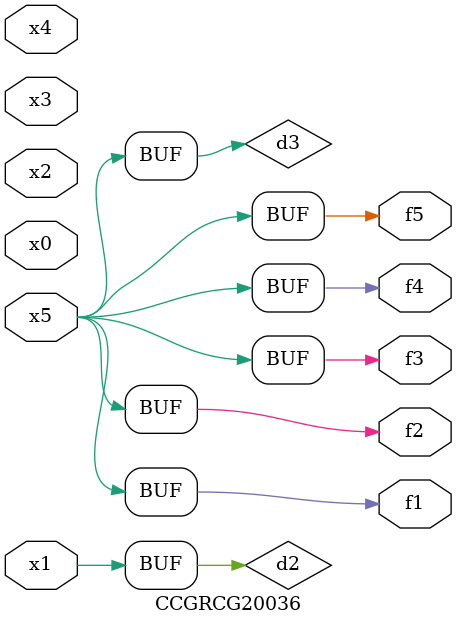
<source format=v>
module CCGRCG20036(
	input x0, x1, x2, x3, x4, x5,
	output f1, f2, f3, f4, f5
);

	wire d1, d2, d3;

	not (d1, x5);
	or (d2, x1);
	xnor (d3, d1);
	assign f1 = d3;
	assign f2 = d3;
	assign f3 = d3;
	assign f4 = d3;
	assign f5 = d3;
endmodule

</source>
